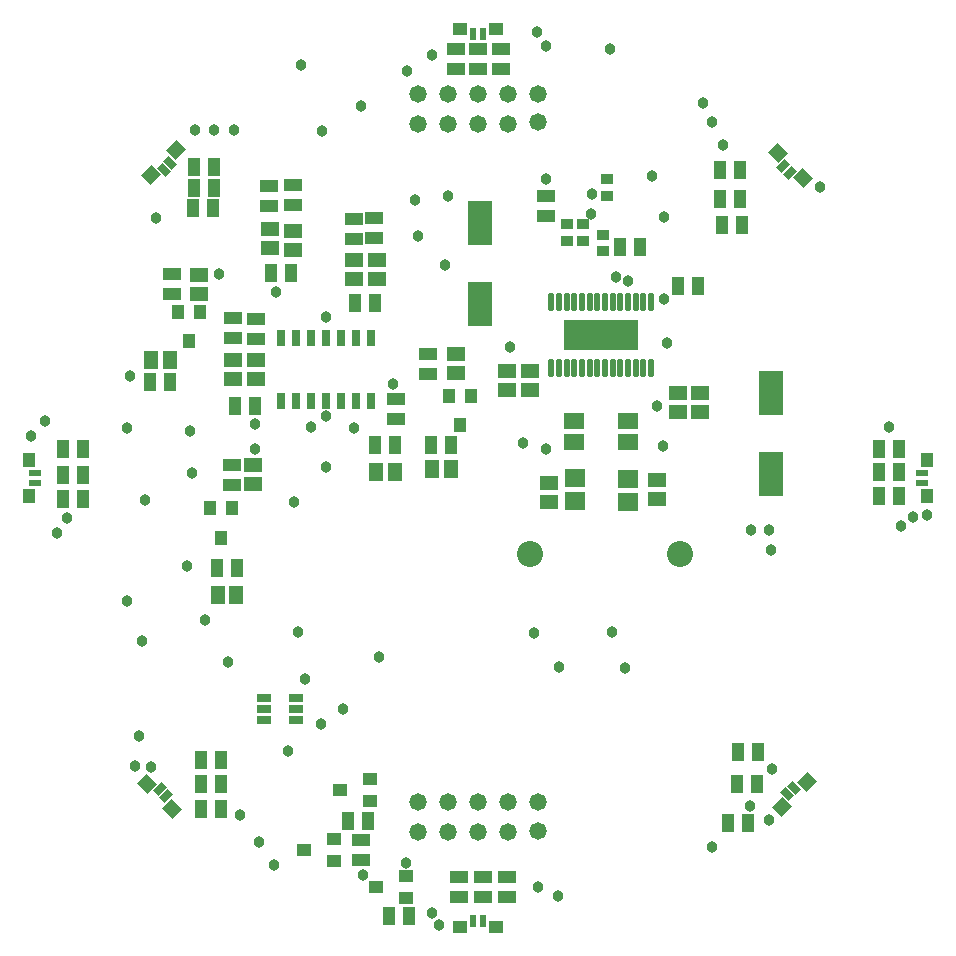
<source format=gbr>
%TF.GenerationSoftware,Altium Limited,Altium Designer,18.1.6 (161)*%
G04 Layer_Color=8388736*
%FSLAX25Y25*%
%MOIN*%
%TF.FileFunction,Soldermask,Top*%
%TF.Part,Single*%
G01*
G75*
%TA.AperFunction,SMDPad,CuDef*%
%ADD44R,0.04540X0.06115*%
%ADD45R,0.04147X0.05918*%
%TA.AperFunction,ComponentPad*%
%ADD46C,0.05800*%
%ADD47C,0.08674*%
%TA.AperFunction,ViaPad*%
%ADD48C,0.03800*%
%TA.AperFunction,SMDPad,CuDef*%
%ADD51R,0.04343X0.04540*%
%ADD52R,0.03084X0.05446*%
%ADD53R,0.06115X0.04540*%
%ADD54R,0.06587X0.05859*%
%ADD55R,0.08477X0.14580*%
G04:AMPARAMS|DCode=56|XSize=47.37mil|YSize=43.43mil|CornerRadius=0mil|HoleSize=0mil|Usage=FLASHONLY|Rotation=315.000|XOffset=0mil|YOffset=0mil|HoleType=Round|Shape=Rectangle|*
%AMROTATEDRECTD56*
4,1,4,-0.03210,0.00139,-0.00139,0.03210,0.03210,-0.00139,0.00139,-0.03210,-0.03210,0.00139,0.0*
%
%ADD56ROTATEDRECTD56*%

G04:AMPARAMS|DCode=57|XSize=23.75mil|YSize=39.5mil|CornerRadius=0mil|HoleSize=0mil|Usage=FLASHONLY|Rotation=315.000|XOffset=0mil|YOffset=0mil|HoleType=Round|Shape=Rectangle|*
%AMROTATEDRECTD57*
4,1,4,-0.02236,-0.00557,0.00557,0.02236,0.02236,0.00557,-0.00557,-0.02236,-0.02236,-0.00557,0.0*
%
%ADD57ROTATEDRECTD57*%

%ADD58R,0.05918X0.04147*%
%ADD59R,0.04737X0.03162*%
%ADD60R,0.25091X0.10249*%
%ADD61O,0.02178X0.06312*%
%ADD62R,0.04737X0.04343*%
%ADD63R,0.02375X0.03950*%
G04:AMPARAMS|DCode=64|XSize=47.37mil|YSize=43.43mil|CornerRadius=0mil|HoleSize=0mil|Usage=FLASHONLY|Rotation=45.000|XOffset=0mil|YOffset=0mil|HoleType=Round|Shape=Rectangle|*
%AMROTATEDRECTD64*
4,1,4,-0.00139,-0.03210,-0.03210,-0.00139,0.00139,0.03210,0.03210,0.00139,-0.00139,-0.03210,0.0*
%
%ADD64ROTATEDRECTD64*%

G04:AMPARAMS|DCode=65|XSize=23.75mil|YSize=39.5mil|CornerRadius=0mil|HoleSize=0mil|Usage=FLASHONLY|Rotation=45.000|XOffset=0mil|YOffset=0mil|HoleType=Round|Shape=Rectangle|*
%AMROTATEDRECTD65*
4,1,4,0.00557,-0.02236,-0.02236,0.00557,-0.00557,0.02236,0.02236,-0.00557,0.00557,-0.02236,0.0*
%
%ADD65ROTATEDRECTD65*%

%ADD66R,0.04343X0.04737*%
%ADD67R,0.03950X0.02375*%
%ADD68R,0.04343X0.03556*%
%ADD69R,0.06509X0.05328*%
%ADD70R,0.04540X0.04343*%
D44*
X280850Y317000D02*
D03*
X287150D02*
D03*
X228110Y276000D02*
D03*
X234409D02*
D03*
X205850Y354240D02*
D03*
X212150D02*
D03*
X299543Y318000D02*
D03*
X305842D02*
D03*
D45*
X252587Y383154D02*
D03*
X245894D02*
D03*
X280654Y326000D02*
D03*
X287347D02*
D03*
X227913Y285000D02*
D03*
X234606D02*
D03*
X240606Y339068D02*
D03*
X233913D02*
D03*
X205654Y347000D02*
D03*
X212347D02*
D03*
X299346Y326000D02*
D03*
X306039D02*
D03*
X280587Y373177D02*
D03*
X273894D02*
D03*
X222654Y221000D02*
D03*
X229346D02*
D03*
X222654Y212824D02*
D03*
X229346D02*
D03*
X222654Y204648D02*
D03*
X229346D02*
D03*
X176654Y324500D02*
D03*
X183346D02*
D03*
X176654Y316000D02*
D03*
X183346D02*
D03*
X176654Y308000D02*
D03*
X183346D02*
D03*
X220153Y418500D02*
D03*
X226847D02*
D03*
X219807Y405000D02*
D03*
X226500D02*
D03*
X220153Y411500D02*
D03*
X226847D02*
D03*
X278346Y200500D02*
D03*
X271654D02*
D03*
X291846Y169000D02*
D03*
X285154D02*
D03*
X404846Y200000D02*
D03*
X398153D02*
D03*
X407846Y213000D02*
D03*
X401154D02*
D03*
X408347Y223500D02*
D03*
X401653D02*
D03*
X402846Y399153D02*
D03*
X396153D02*
D03*
X402347Y408000D02*
D03*
X395654D02*
D03*
X402347Y417500D02*
D03*
X395654D02*
D03*
X368847Y392000D02*
D03*
X362154D02*
D03*
X388347Y379000D02*
D03*
X381653D02*
D03*
X455346Y309000D02*
D03*
X448654D02*
D03*
X455346Y317000D02*
D03*
X448654D02*
D03*
X455346Y324500D02*
D03*
X448654D02*
D03*
D46*
X294961Y433071D02*
D03*
X304961D02*
D03*
X314961D02*
D03*
X324961D02*
D03*
X334961Y433571D02*
D03*
Y443071D02*
D03*
X324961D02*
D03*
X314961D02*
D03*
X304961D02*
D03*
X294961D02*
D03*
Y206850D02*
D03*
X304961D02*
D03*
X314961D02*
D03*
X324961D02*
D03*
X334961D02*
D03*
Y197350D02*
D03*
X324961Y196850D02*
D03*
X314961D02*
D03*
X304961D02*
D03*
X294961D02*
D03*
D47*
X332423Y289500D02*
D03*
X382423D02*
D03*
D48*
X174500Y296500D02*
D03*
X178000Y301500D02*
D03*
X166000Y329000D02*
D03*
X170500Y334000D02*
D03*
X242000Y193500D02*
D03*
X464500Y302500D02*
D03*
X337500Y459000D02*
D03*
X247000Y186000D02*
D03*
X390000Y439946D02*
D03*
X204000Y307500D02*
D03*
X224000Y267500D02*
D03*
X218000Y285500D02*
D03*
X253500Y307000D02*
D03*
X219500Y316500D02*
D03*
X219000Y330500D02*
D03*
X304000Y386000D02*
D03*
X305000Y409000D02*
D03*
X294961Y395500D02*
D03*
X294000Y407500D02*
D03*
X412500Y291000D02*
D03*
X406000Y297500D02*
D03*
X412000D02*
D03*
X364000Y251500D02*
D03*
X359500Y263500D02*
D03*
X342000Y252000D02*
D03*
X333500Y263154D02*
D03*
X325500Y358500D02*
D03*
X264384Y318500D02*
D03*
X273740Y331500D02*
D03*
X259240Y332000D02*
D03*
X337500Y324500D02*
D03*
X376500Y325500D02*
D03*
X374500Y339000D02*
D03*
X363000Y362000D02*
D03*
X355500D02*
D03*
X348500D02*
D03*
X231500Y253500D02*
D03*
X282000Y255153D02*
D03*
X255000Y263500D02*
D03*
X251500Y224000D02*
D03*
X286740Y346240D02*
D03*
X262846Y430653D02*
D03*
X290921Y186500D02*
D03*
X352500Y403000D02*
D03*
X270000Y238000D02*
D03*
X378000Y360000D02*
D03*
X377000Y374500D02*
D03*
X361000Y381834D02*
D03*
X365000Y380500D02*
D03*
X396500Y426006D02*
D03*
X359000Y457846D02*
D03*
X256000Y452500D02*
D03*
X276000Y439000D02*
D03*
X228500Y382846D02*
D03*
X247567Y376933D02*
D03*
X240500Y324500D02*
D03*
X240606Y333087D02*
D03*
X197852Y274000D02*
D03*
X202852Y260500D02*
D03*
X376961Y402000D02*
D03*
X372961Y415587D02*
D03*
X329961Y326500D02*
D03*
X197852Y331500D02*
D03*
X198852Y349000D02*
D03*
X264390Y335500D02*
D03*
X334472Y463500D02*
D03*
X291222Y450500D02*
D03*
X393000Y433446D02*
D03*
X257193Y248000D02*
D03*
X262500Y233000D02*
D03*
X264240Y368500D02*
D03*
X352961Y409500D02*
D03*
X337461Y414500D02*
D03*
X207704Y401500D02*
D03*
X334871Y178629D02*
D03*
X233500Y430847D02*
D03*
X227000Y431000D02*
D03*
X220500D02*
D03*
X276631Y182631D02*
D03*
X341500Y175696D02*
D03*
X455811Y299000D02*
D03*
X299500Y170000D02*
D03*
X393000Y192000D02*
D03*
X299500Y456000D02*
D03*
X460000Y302000D02*
D03*
X202000Y229000D02*
D03*
X205988Y218500D02*
D03*
X235500Y202500D02*
D03*
X451963Y331963D02*
D03*
X413000Y218000D02*
D03*
X405500Y205500D02*
D03*
X429000Y412000D02*
D03*
X412000Y201000D02*
D03*
X302000Y166000D02*
D03*
X200500Y219000D02*
D03*
D51*
X312693Y342272D02*
D03*
X308953Y332429D02*
D03*
X305213Y342272D02*
D03*
X225520Y304921D02*
D03*
X229260Y295079D02*
D03*
X233000Y304921D02*
D03*
X214760Y370421D02*
D03*
X218500Y360579D02*
D03*
X222240Y370421D02*
D03*
D52*
X279240Y340528D02*
D03*
X274240D02*
D03*
X269240D02*
D03*
X264240D02*
D03*
X259240D02*
D03*
X254240D02*
D03*
X249240D02*
D03*
Y361472D02*
D03*
X254240D02*
D03*
X259240D02*
D03*
X264240D02*
D03*
X269240D02*
D03*
X274240D02*
D03*
X279240D02*
D03*
D53*
X381500Y343150D02*
D03*
Y336850D02*
D03*
X389000Y343150D02*
D03*
Y336850D02*
D03*
X374500Y314150D02*
D03*
Y307850D02*
D03*
X338500Y306850D02*
D03*
Y313150D02*
D03*
X332111Y350500D02*
D03*
Y344201D02*
D03*
X233260Y354346D02*
D03*
Y348047D02*
D03*
X222000Y382650D02*
D03*
Y376350D02*
D03*
X240020Y319150D02*
D03*
Y312850D02*
D03*
X240760Y354346D02*
D03*
Y348047D02*
D03*
X245543Y397803D02*
D03*
Y391504D02*
D03*
X253240Y397303D02*
D03*
Y391004D02*
D03*
X307453Y356150D02*
D03*
Y349850D02*
D03*
X273740Y387476D02*
D03*
Y381177D02*
D03*
X281240Y387476D02*
D03*
Y381177D02*
D03*
X324610Y350500D02*
D03*
Y344201D02*
D03*
D54*
X347166Y307171D02*
D03*
Y314829D02*
D03*
X365000Y306923D02*
D03*
Y314580D02*
D03*
D55*
X315500Y373016D02*
D03*
Y399984D02*
D03*
X412500Y343150D02*
D03*
Y316181D02*
D03*
D56*
X204500Y213000D02*
D03*
X212852Y204648D02*
D03*
X423176Y414824D02*
D03*
X414824Y423176D02*
D03*
D57*
X211042Y208963D02*
D03*
X208815Y211191D02*
D03*
X416634Y418861D02*
D03*
X418861Y416634D02*
D03*
D58*
X287740Y334653D02*
D03*
Y341347D02*
D03*
X213000Y382846D02*
D03*
Y376153D02*
D03*
X232760Y319346D02*
D03*
Y312653D02*
D03*
X233260Y361480D02*
D03*
Y368173D02*
D03*
X253240Y412500D02*
D03*
Y405807D02*
D03*
X245240Y405653D02*
D03*
Y412347D02*
D03*
X298232Y356347D02*
D03*
Y349654D02*
D03*
X280240Y401524D02*
D03*
Y394831D02*
D03*
X273740Y394677D02*
D03*
Y401370D02*
D03*
X240760Y368043D02*
D03*
Y361350D02*
D03*
X276000Y187654D02*
D03*
Y194346D02*
D03*
X308500Y175154D02*
D03*
Y181846D02*
D03*
X316535Y175154D02*
D03*
Y181846D02*
D03*
X324500Y175154D02*
D03*
Y181846D02*
D03*
X307500Y457846D02*
D03*
Y451154D02*
D03*
X322500Y457846D02*
D03*
Y451154D02*
D03*
X314961Y457846D02*
D03*
Y451154D02*
D03*
X337461Y408988D02*
D03*
Y402295D02*
D03*
D59*
X254413Y241740D02*
D03*
Y238000D02*
D03*
Y234260D02*
D03*
X243587D02*
D03*
Y238000D02*
D03*
Y241740D02*
D03*
D60*
X355961Y362500D02*
D03*
D61*
X339327Y351476D02*
D03*
X341886D02*
D03*
X344445D02*
D03*
X347004D02*
D03*
X349563D02*
D03*
X352122D02*
D03*
X354681D02*
D03*
X357241D02*
D03*
X359800D02*
D03*
X362359D02*
D03*
X364918D02*
D03*
X367477D02*
D03*
X370036D02*
D03*
X372595D02*
D03*
X339327Y373524D02*
D03*
X341886D02*
D03*
X344445D02*
D03*
X347004D02*
D03*
X349563D02*
D03*
X352122D02*
D03*
X354681D02*
D03*
X357241D02*
D03*
X359800D02*
D03*
X362359D02*
D03*
X364918D02*
D03*
X367477D02*
D03*
X370036D02*
D03*
X372595D02*
D03*
D62*
X309055Y165354D02*
D03*
X320866D02*
D03*
X320866Y464567D02*
D03*
X309055D02*
D03*
D63*
X316535Y167126D02*
D03*
X313386D02*
D03*
X313386Y462795D02*
D03*
X316535D02*
D03*
D64*
X416190Y205185D02*
D03*
X424542Y213537D02*
D03*
X214176Y424176D02*
D03*
X205824Y415824D02*
D03*
D65*
X420227Y211727D02*
D03*
X418000Y209500D02*
D03*
X210139Y417634D02*
D03*
X212366Y419861D02*
D03*
D66*
X464567Y309055D02*
D03*
Y320866D02*
D03*
X165354Y309055D02*
D03*
Y320866D02*
D03*
D67*
X462795Y316535D02*
D03*
Y313386D02*
D03*
X167126Y316535D02*
D03*
Y313386D02*
D03*
D68*
X349961Y399512D02*
D03*
Y394000D02*
D03*
X344461Y399500D02*
D03*
Y393988D02*
D03*
X357992Y408988D02*
D03*
Y414500D02*
D03*
X356461Y396000D02*
D03*
Y390488D02*
D03*
D69*
X346961Y334043D02*
D03*
Y326957D02*
D03*
X364784Y334043D02*
D03*
Y326957D02*
D03*
D70*
X278842Y214740D02*
D03*
X269000Y211000D02*
D03*
X278842Y207260D02*
D03*
X266921Y194740D02*
D03*
X257079Y191000D02*
D03*
X266921Y187260D02*
D03*
X290921Y182240D02*
D03*
X281079Y178500D02*
D03*
X290921Y174760D02*
D03*
%TF.MD5,5139d172d051a21bbcc8e5e1233b806c*%
M02*

</source>
